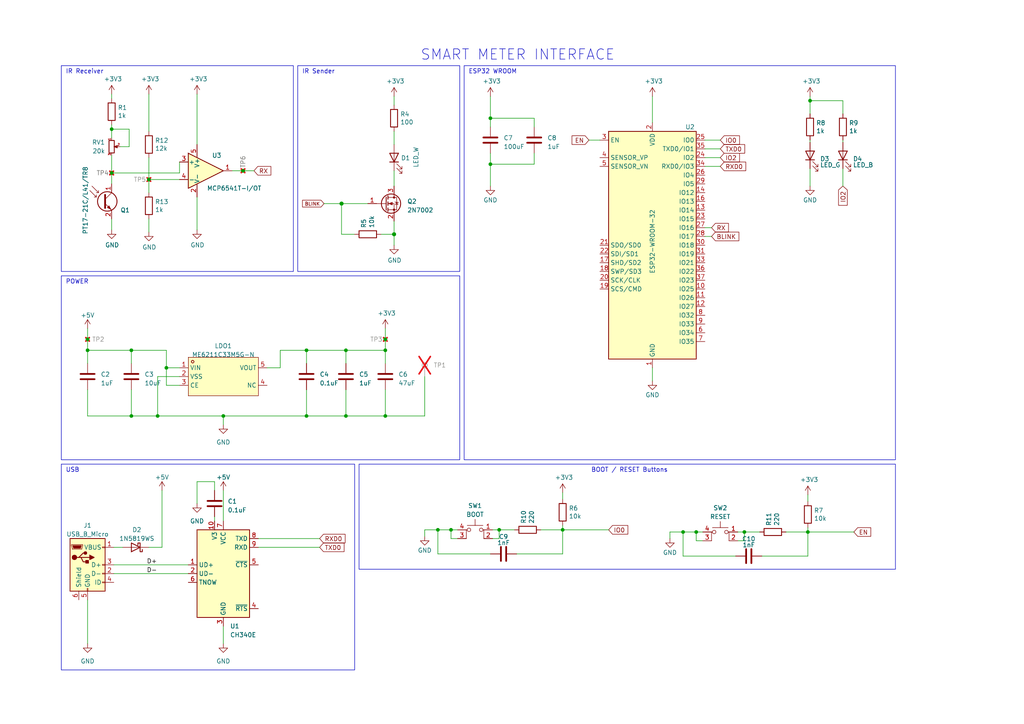
<source format=kicad_sch>
(kicad_sch (version 20230819) (generator eeschema)
  (paper "A4")
  (lib_symbols
    (symbol "Comparator:MCP6561-OT" (pin_names (offset 0.127))
      (property "Reference" "U" (at -1.27 6.35 0))
      (property "Value" "MCP6561-OT" (at -1.27 3.81 0))
      (symbol "MCP6561-OT_0_1"
        (polyline (pts (xy -5.08 5.08) (xy 5.08 0) (xy -5.08 -5.08) (xy -5.08 5.08)) (stroke (width 0.254)) (fill (type background)))
        (pin power_in line (at -2.54 -7.62 90) (length 3.81) (name "V-") (number "2"))
        (pin power_in line (at -2.54 7.62 270) (length 3.81) (name "V+") (number "5"))
      )
      (symbol "MCP6561-OT_1_1"
        (pin output line (at 7.62 0 180) (length 2.54) (name "~") (number "1"))
        (pin input line (at -7.62 2.54 0) (length 2.54) (name "+") (number "3"))
        (pin input line (at -7.62 -2.54 0) (length 2.54) (name "-") (number "4"))
      )
    )
    (symbol "Connector:TestPoint" (pin_numbers hide) (pin_names (offset 0.762) hide)
      (property "Reference" "TP" (at 0 6.858 0))
      (property "Value" "TestPoint" (at 0 5.08 0))
      (symbol "TestPoint_0_1"
        (circle (center 0 3.302) (radius 0.762))
      )
      (symbol "TestPoint_1_1"
        (pin passive line (at 0 0 90) (length 2.54) (name "1") (number "1"))
      )
    )
    (symbol "Connector:TestPoint_Small" (pin_numbers hide) (pin_names (offset 0.762) hide)
      (property "Reference" "TP" (at 0 3.81 0))
      (property "Value" "TestPoint_Small" (at 0 2.032 0))
      (symbol "TestPoint_Small_0_1"
        (circle (center 0 0) (radius 0.508))
      )
      (symbol "TestPoint_Small_1_1"
        (pin passive line (at 0 0 90) (length 0) (name "1") (number "1"))
      )
    )
    (symbol "Connector:USB_B_Micro" (pin_names (offset 1.016))
      (property "Reference" "J" (at -5.08 11.43 0))
      (property "Value" "USB_B_Micro" (at -5.08 8.89 0))
      (symbol "USB_B_Micro_0_1"
        (rectangle (start -5.08 -7.62) (end 5.08 7.62) (stroke (width 0.254)) (fill (type background)))
        (circle (center -3.81 2.159) (radius 0.635) (stroke (width 0.254)) (fill (type outline)))
        (circle (center -0.635 3.429) (radius 0.381) (stroke (width 0.254)) (fill (type outline)))
        (rectangle (start -0.127 -7.62) (end 0.127 -6.858))
        (polyline (pts (xy -1.905 2.159) (xy 0.635 2.159)) (stroke (width 0.254)))
        (polyline (pts (xy -3.175 2.159) (xy -2.54 2.159) (xy -1.27 3.429) (xy -0.635 3.429)) (stroke (width 0.254)))
        (polyline (pts (xy -2.54 2.159) (xy -1.905 2.159) (xy -1.27 0.889) (xy 0 0.889)) (stroke (width 0.254)))
        (polyline (pts (xy 0.635 2.794) (xy 0.635 1.524) (xy 1.905 2.159) (xy 0.635 2.794)) (stroke (width 0.254)) (fill (type outline)))
        (polyline (pts (xy -4.318 5.588) (xy -1.778 5.588) (xy -2.032 4.826) (xy -4.064 4.826) (xy -4.318 5.588)) (fill (type outline)))
        (polyline (pts (xy -4.699 5.842) (xy -4.699 5.588) (xy -4.445 4.826) (xy -4.445 4.572) (xy -1.651 4.572) (xy -1.651 4.826) (xy -1.397 5.588) (xy -1.397 5.842) (xy -4.699 5.842)))
        (rectangle (start 0.254 1.27) (end -0.508 0.508) (stroke (width 0.254)) (fill (type outline)))
        (rectangle (start 5.08 -5.207) (end 4.318 -4.953))
        (rectangle (start 5.08 -2.667) (end 4.318 -2.413))
        (rectangle (start 5.08 -0.127) (end 4.318 0.127))
        (rectangle (start 5.08 4.953) (end 4.318 5.207))
      )
      (symbol "USB_B_Micro_1_1"
        (pin power_out line (at 7.62 5.08 180) (length 2.54) (name "VBUS") (number "1"))
        (pin bidirectional line (at 7.62 -2.54 180) (length 2.54) (name "D-") (number "2"))
        (pin bidirectional line (at 7.62 0 180) (length 2.54) (name "D+") (number "3"))
        (pin passive line (at 7.62 -5.08 180) (length 2.54) (name "ID") (number "4"))
        (pin power_out line (at 0 -10.16 90) (length 2.54) (name "GND") (number "5"))
        (pin passive line (at -2.54 -10.16 90) (length 2.54) (name "Shield") (number "6"))
      )
    )
    (symbol "Device:C" (pin_numbers hide) (pin_names (offset 0.254))
      (property "Reference" "C" (at 0.635 2.54 0))
      (property "Value" "C" (at 0.635 -2.54 0))
      (symbol "C_0_1"
        (polyline (pts (xy -2.032 -0.762) (xy 2.032 -0.762)) (stroke (width 0.508)))
        (polyline (pts (xy -2.032 0.762) (xy 2.032 0.762)) (stroke (width 0.508)))
      )
      (symbol "C_1_1"
        (pin passive line (at 0 3.81 270) (length 2.794) (name "~") (number "1"))
        (pin passive line (at 0 -3.81 90) (length 2.794) (name "~") (number "2"))
      )
    )
    (symbol "Device:LED" (pin_numbers hide) (pin_names hide)
      (property "Reference" "D" (at 0 2.54 0))
      (property "Value" "LED" (at 0 -2.54 0))
      (symbol "LED_0_1"
        (polyline (pts (xy -1.27 -1.27) (xy -1.27 1.27)) (stroke (width 0.254)))
        (polyline (pts (xy -1.27 0) (xy 1.27 0)))
        (polyline (pts (xy 1.27 -1.27) (xy 1.27 1.27) (xy -1.27 0) (xy 1.27 -1.27)) (stroke (width 0.254)))
        (polyline (pts (xy -3.048 -0.762) (xy -4.572 -2.286) (xy -3.81 -2.286) (xy -4.572 -2.286) (xy -4.572 -1.524)))
        (polyline (pts (xy -1.778 -0.762) (xy -3.302 -2.286) (xy -2.54 -2.286) (xy -3.302 -2.286) (xy -3.302 -1.524)))
      )
      (symbol "LED_1_1"
        (pin passive line (at -3.81 0 0) (length 2.54) (name "K") (number "1"))
        (pin passive line (at 3.81 0 180) (length 2.54) (name "A") (number "2"))
      )
    )
    (symbol "Device:Q_Photo_NPN_CE" (pin_names (offset 0) hide)
      (property "Reference" "Q" (at 5.08 1.27 0))
      (property "Value" "Q_Photo_NPN_CE" (at 5.08 -1.27 0))
      (symbol "Q_Photo_NPN_CE_0_1"
        (polyline (pts (xy -1.905 1.27) (xy -2.54 1.27)))
        (polyline (pts (xy -1.27 2.54) (xy -1.905 2.54)))
        (polyline (pts (xy 0.635 0.635) (xy 2.54 2.54)))
        (polyline (pts (xy -3.81 3.175) (xy -1.905 1.27) (xy -1.905 1.905)))
        (polyline (pts (xy -3.175 4.445) (xy -1.27 2.54) (xy -1.27 3.175)))
        (polyline (pts (xy 0.635 -0.635) (xy 2.54 -2.54) (xy 2.54 -2.54)))
        (polyline (pts (xy 0.635 1.905) (xy 0.635 -1.905) (xy 0.635 -1.905)) (stroke (width 0.508)))
        (polyline (pts (xy 1.27 -1.778) (xy 1.778 -1.27) (xy 2.286 -2.286) (xy 1.27 -1.778) (xy 1.27 -1.778)) (fill (type outline)))
        (circle (center 1.27 0) (radius 2.8194) (stroke (width 0.254)))
      )
      (symbol "Q_Photo_NPN_CE_1_1"
        (pin passive line (at 2.54 5.08 270) (length 2.54) (name "C") (number "1"))
        (pin passive line (at 2.54 -5.08 90) (length 2.54) (name "E") (number "2"))
      )
    )
    (symbol "Device:R_Potentiometer_Small" (pin_names (offset 1.016) hide)
      (property "Reference" "RV" (at -4.445 0 90))
      (property "Value" "R_Potentiometer_Small" (at -2.54 0 90))
      (symbol "R_Potentiometer_Small_0_1"
        (polyline (pts (xy 0.889 0) (xy 0.635 0) (xy 1.651 0.381) (xy 1.651 -0.381) (xy 0.635 0) (xy 0.889 0)) (fill (type outline)))
        (rectangle (start 0.762 1.8034) (end -0.762 -1.8034) (stroke (width 0.254)))
      )
      (symbol "R_Potentiometer_Small_1_1"
        (pin passive line (at 0 2.54 270) (length 0.635) (name "1") (number "1"))
        (pin passive line (at 2.54 0 180) (length 0.9906) (name "2") (number "2"))
        (pin passive line (at 0 -2.54 90) (length 0.635) (name "3") (number "3"))
      )
    )
    (symbol "Diode:1N5819WS" (pin_numbers hide) (pin_names (offset 1.016) hide)
      (property "Reference" "D" (at 0 2.54 0))
      (property "Value" "1N5819WS" (at 0 -2.54 0))
      (symbol "1N5819WS_0_1"
        (polyline (pts (xy 1.27 0) (xy -1.27 0)))
        (polyline (pts (xy 1.27 1.27) (xy 1.27 -1.27) (xy -1.27 0) (xy 1.27 1.27)) (stroke (width 0.254)))
        (polyline (pts (xy -1.905 0.635) (xy -1.905 1.27) (xy -1.27 1.27) (xy -1.27 -1.27) (xy -0.635 -1.27) (xy -0.635 -0.635)) (stroke (width 0.254)))
      )
      (symbol "1N5819WS_1_1"
        (pin passive line (at -3.81 0 0) (length 2.54) (name "K") (number "1"))
        (pin passive line (at 3.81 0 180) (length 2.54) (name "A") (number "2"))
      )
    )
    (symbol "Interface_USB:CH340E"
      (property "Reference" "U" (at -5.08 13.97 0))
      (property "Value" "CH340E" (at 1.27 13.97 0))
      (symbol "CH340E_0_1"
        (rectangle (start -7.62 12.7) (end 7.62 -12.7) (stroke (width 0.254)) (fill (type background)))
      )
      (symbol "CH340E_1_1"
        (pin bidirectional line (at -10.16 2.54 0) (length 2.54) (name "UD+") (number "1"))
        (pin passive line (at -2.54 15.24 270) (length 2.54) (name "V3") (number "10"))
        (pin bidirectional line (at -10.16 0 0) (length 2.54) (name "UD-") (number "2"))
        (pin power_in line (at 0 -15.24 90) (length 2.54) (name "GND") (number "3"))
        (pin output line (at 10.16 -10.16 180) (length 2.54) (name "~{RTS}") (number "4"))
        (pin input line (at 10.16 2.54 180) (length 2.54) (name "~{CTS}") (number "5"))
        (pin output line (at -10.16 -2.54 0) (length 2.54) (name "TNOW") (number "6"))
        (pin power_in line (at 0 15.24 270) (length 2.54) (name "VCC") (number "7"))
        (pin output line (at 10.16 10.16 180) (length 2.54) (name "TXD") (number "8"))
        (pin input line (at 10.16 7.62 180) (length 2.54) (name "RXD") (number "9"))
      )
    )
    (symbol "LCSC:ME6211C33M5G-N"
      (property "Reference" "LDO" (at 0 7.62 0))
      (property "Value" "ME6211C33M5G-N" (at 0 -7.62 0))
      (symbol "ME6211C33M5G-N_0_1"
        (rectangle (start -10.16 5.59) (end 10.16 -5.59) (fill (type background)))
        (circle (center -8.89 4.32) (radius 0.38))
        (circle (center -8.89 4.32) (radius 0.38))
        (pin unspecified line (at -12.7 2.54 0) (length 2.54) (name "VIN") (number "1"))
        (pin unspecified line (at -12.7 0 0) (length 2.54) (name "VSS") (number "2"))
        (pin unspecified line (at -12.7 -2.54 0) (length 2.54) (name "CE") (number "3"))
        (pin unspecified line (at 12.7 -2.54 180) (length 2.54) (name "NC") (number "4"))
        (pin unspecified line (at 12.7 2.54 180) (length 2.54) (name "VOUT") (number "5"))
      )
    )
    (symbol "LED_1" (pin_numbers hide) (pin_names (offset 1.016) hide)
      (property "Reference" "D" (at 0 2.54 0))
      (property "Value" "LED" (at 0 -2.54 0))
      (symbol "LED_1_0_1"
        (polyline (pts (xy -1.27 -1.27) (xy -1.27 1.27)) (stroke (width 0.254)))
        (polyline (pts (xy -1.27 0) (xy 1.27 0)))
        (polyline (pts (xy 1.27 -1.27) (xy 1.27 1.27) (xy -1.27 0) (xy 1.27 -1.27)) (stroke (width 0.254)))
        (polyline (pts (xy -3.048 -0.762) (xy -4.572 -2.286) (xy -3.81 -2.286) (xy -4.572 -2.286) (xy -4.572 -1.524)))
        (polyline (pts (xy -1.778 -0.762) (xy -3.302 -2.286) (xy -2.54 -2.286) (xy -3.302 -2.286) (xy -3.302 -1.524)))
      )
      (symbol "LED_1_1_1"
        (pin passive line (at -3.81 0 0) (length 2.54) (name "K") (number "1"))
        (pin passive line (at 3.81 0 180) (length 2.54) (name "A") (number "2"))
      )
    )
    (symbol "RF_Module:ESP32-WROOM-32"
      (property "Reference" "U" (at -12.7 34.29 0))
      (property "Value" "ESP32-WROOM-32" (at 1.27 34.29 0))
      (symbol "ESP32-WROOM-32_0_1"
        (rectangle (start -12.7 33.02) (end 12.7 -33.02) (stroke (width 0.254)) (fill (type background)))
      )
      (symbol "ESP32-WROOM-32_1_1"
        (pin power_in line (at 0 -35.56 90) (length 2.54) (name "GND") (number "1"))
        (pin bidirectional line (at 15.24 -12.7 180) (length 2.54) (name "IO25") (number "10"))
        (pin bidirectional line (at 15.24 -15.24 180) (length 2.54) (name "IO26") (number "11"))
        (pin bidirectional line (at 15.24 -17.78 180) (length 2.54) (name "IO27") (number "12"))
        (pin bidirectional line (at 15.24 10.16 180) (length 2.54) (name "IO14") (number "13"))
        (pin bidirectional line (at 15.24 15.24 180) (length 2.54) (name "IO12") (number "14"))
        (pin passive line (at 0 -35.56 90) (length 2.54) hide (name "GND") (number "15"))
        (pin bidirectional line (at 15.24 12.7 180) (length 2.54) (name "IO13") (number "16"))
        (pin bidirectional line (at -15.24 -5.08 0) (length 2.54) (name "SHD/SD2") (number "17"))
        (pin bidirectional line (at -15.24 -7.62 0) (length 2.54) (name "SWP/SD3") (number "18"))
        (pin bidirectional line (at -15.24 -12.7 0) (length 2.54) (name "SCS/CMD") (number "19"))
        (pin power_in line (at 0 35.56 270) (length 2.54) (name "VDD") (number "2"))
        (pin bidirectional line (at -15.24 -10.16 0) (length 2.54) (name "SCK/CLK") (number "20"))
        (pin bidirectional line (at -15.24 0 0) (length 2.54) (name "SDO/SD0") (number "21"))
        (pin bidirectional line (at -15.24 -2.54 0) (length 2.54) (name "SDI/SD1") (number "22"))
        (pin bidirectional line (at 15.24 7.62 180) (length 2.54) (name "IO15") (number "23"))
        (pin bidirectional line (at 15.24 25.4 180) (length 2.54) (name "IO2") (number "24"))
        (pin bidirectional line (at 15.24 30.48 180) (length 2.54) (name "IO0") (number "25"))
        (pin bidirectional line (at 15.24 20.32 180) (length 2.54) (name "IO4") (number "26"))
        (pin bidirectional line (at 15.24 5.08 180) (length 2.54) (name "IO16") (number "27"))
        (pin bidirectional line (at 15.24 2.54 180) (length 2.54) (name "IO17") (number "28"))
        (pin bidirectional line (at 15.24 17.78 180) (length 2.54) (name "IO5") (number "29"))
        (pin input line (at -15.24 30.48 0) (length 2.54) (name "EN") (number "3"))
        (pin bidirectional line (at 15.24 0 180) (length 2.54) (name "IO18") (number "30"))
        (pin bidirectional line (at 15.24 -2.54 180) (length 2.54) (name "IO19") (number "31"))
        (pin no_connect line (at -12.7 -27.94 0) (length 2.54) hide (name "NC") (number "32"))
        (pin bidirectional line (at 15.24 -5.08 180) (length 2.54) (name "IO21") (number "33"))
        (pin bidirectional line (at 15.24 22.86 180) (length 2.54) (name "RXD0/IO3") (number "34"))
        (pin bidirectional line (at 15.24 27.94 180) (length 2.54) (name "TXD0/IO1") (number "35"))
        (pin bidirectional line (at 15.24 -7.62 180) (length 2.54) (name "IO22") (number "36"))
        (pin bidirectional line (at 15.24 -10.16 180) (length 2.54) (name "IO23") (number "37"))
        (pin passive line (at 0 -35.56 90) (length 2.54) hide (name "GND") (number "38"))
        (pin passive line (at 0 -35.56 90) (length 2.54) hide (name "GND") (number "39"))
        (pin input line (at -15.24 25.4 0) (length 2.54) (name "SENSOR_VP") (number "4"))
        (pin input line (at -15.24 22.86 0) (length 2.54) (name "SENSOR_VN") (number "5"))
        (pin input line (at 15.24 -25.4 180) (length 2.54) (name "IO34") (number "6"))
        (pin input line (at 15.24 -27.94 180) (length 2.54) (name "IO35") (number "7"))
        (pin bidirectional line (at 15.24 -20.32 180) (length 2.54) (name "IO32") (number "8"))
        (pin bidirectional line (at 15.24 -22.86 180) (length 2.54) (name "IO33") (number "9"))
      )
    )
    (symbol "Switch:SW_MEC_5E" (pin_names (offset 1.016) hide)
      (property "Reference" "SW" (at 0.635 5.715 0))
      (property "Value" "SW_MEC_5E" (at 0 -3.175 0))
      (symbol "SW_MEC_5E_0_1"
        (circle (center -1.778 2.54) (radius 0.508))
        (polyline (pts (xy -2.286 3.81) (xy 2.286 3.81)))
        (polyline (pts (xy 0 3.81) (xy 0 5.588)))
        (polyline (pts (xy -2.54 0) (xy -2.54 2.54) (xy -2.286 2.54)))
        (polyline (pts (xy 2.54 0) (xy 2.54 2.54) (xy 2.286 2.54)))
        (circle (center 1.778 2.54) (radius 0.508))
        (pin passive line (at -5.08 2.54 0) (length 2.54) (name "1") (number "1"))
        (pin passive line (at -5.08 0 0) (length 2.54) (name "2") (number "2"))
        (pin passive line (at 5.08 0 180) (length 2.54) (name "K") (number "3"))
        (pin passive line (at 5.08 2.54 180) (length 2.54) (name "A") (number "4"))
      )
    )
    (symbol "Transistor_FET:2N7002" (pin_names hide)
      (property "Reference" "Q" (at 5.08 1.905 0))
      (property "Value" "2N7002" (at 5.08 0 0))
      (symbol "2N7002_0_1"
        (polyline (pts (xy 0.254 0) (xy -2.54 0)))
        (polyline (pts (xy 0.254 1.905) (xy 0.254 -1.905)) (stroke (width 0.254)))
        (polyline (pts (xy 0.762 -1.27) (xy 0.762 -2.286)) (stroke (width 0.254)))
        (polyline (pts (xy 0.762 0.508) (xy 0.762 -0.508)) (stroke (width 0.254)))
        (polyline (pts (xy 0.762 2.286) (xy 0.762 1.27)) (stroke (width 0.254)))
        (polyline (pts (xy 2.54 2.54) (xy 2.54 1.778)))
        (polyline (pts (xy 2.54 -2.54) (xy 2.54 0) (xy 0.762 0)))
        (polyline (pts (xy 0.762 -1.778) (xy 3.302 -1.778) (xy 3.302 1.778) (xy 0.762 1.778)))
        (polyline (pts (xy 1.016 0) (xy 2.032 0.381) (xy 2.032 -0.381) (xy 1.016 0)) (fill (type outline)))
        (polyline (pts (xy 2.794 0.508) (xy 2.921 0.381) (xy 3.683 0.381) (xy 3.81 0.254)))
        (polyline (pts (xy 3.302 0.381) (xy 2.921 -0.254) (xy 3.683 -0.254) (xy 3.302 0.381)))
        (circle (center 1.651 0) (radius 2.794) (stroke (width 0.254)))
        (circle (center 2.54 -1.778) (radius 0.254) (fill (type outline)))
        (circle (center 2.54 1.778) (radius 0.254) (fill (type outline)))
      )
      (symbol "2N7002_1_1"
        (pin input line (at -5.08 0 0) (length 2.54) (name "G") (number "1"))
        (pin passive line (at 2.54 -5.08 90) (length 2.54) (name "S") (number "2"))
        (pin passive line (at 2.54 5.08 270) (length 2.54) (name "D") (number "3"))
      )
    )
    (symbol "eHZ-Serial-rescue:R-device" (pin_numbers hide) (pin_names (offset 0))
      (property "Reference" "R" (at 2.032 0 90))
      (property "Value" "R-device" (at 0 0 90))
      (symbol "R-device_0_1"
        (rectangle (start -1.016 -2.54) (end 1.016 2.54) (stroke (width 0.254)))
      )
      (symbol "R-device_1_1"
        (pin passive line (at 0 3.81 270) (length 1.27) (name "~") (number "1"))
        (pin passive line (at 0 -3.81 90) (length 1.27) (name "~") (number "2"))
      )
    )
    (symbol "power:+3V3" (power) (pin_names (offset 0))
      (property "Value" "+3V3" (at 0 3.556 0))
      (symbol "+3V3_0_1"
        (polyline (pts (xy -0.762 1.27) (xy 0 2.54)))
        (polyline (pts (xy 0 0) (xy 0 2.54)))
        (polyline (pts (xy 0 2.54) (xy 0.762 1.27)))
      )
      (symbol "+3V3_1_1"
        (pin power_in line (at 0 0 90) (length 0) hide (name "+3V3") (number "1"))
      )
    )
    (symbol "power:+5V" (power) (pin_names (offset 0))
      (property "Value" "+5V" (at 0 3.556 0))
      (symbol "+5V_0_1"
        (polyline (pts (xy -0.762 1.27) (xy 0 2.54)))
        (polyline (pts (xy 0 0) (xy 0 2.54)))
        (polyline (pts (xy 0 2.54) (xy 0.762 1.27)))
      )
      (symbol "+5V_1_1"
        (pin power_in line (at 0 0 90) (length 0) hide (name "+5V") (number "1"))
      )
    )
    (symbol "power:GND" (power) (pin_names (offset 0))
      (property "Value" "GND" (at 0 -3.81 0))
      (symbol "GND_0_1"
        (polyline (pts (xy 0 0) (xy 0 -1.27) (xy 1.27 -1.27) (xy 0 -2.54) (xy -1.27 -1.27) (xy 0 -1.27)))
      )
      (symbol "GND_1_1"
        (pin power_in line (at 0 0 270) (length 0) hide (name "GND") (number "1"))
      )
    )
  )
  (junction (at 70.485 49.53))
  (junction (at 111.76 101.6))
  (junction (at 234.95 29.21))
  (junction (at 130.81 153.67))
  (junction (at 99.06 59.055) (diameter 1.016))
  (junction (at 25.4 101.6))
  (junction (at 114.3 67.945) (diameter 1.016))
  (junction (at 201.93 154.305))
  (junction (at 100.33 120.65))
  (junction (at 25.4 98.425))
  (junction (at 111.76 98.425))
  (junction (at 142.24 47.625))
  (junction (at 111.76 120.65))
  (junction (at 163.195 153.67))
  (junction (at 32.385 50.165))
  (junction (at 234.315 154.305))
  (junction (at 88.9 101.6))
  (junction (at 38.1 120.65))
  (junction (at 215.9 154.305))
  (junction (at 64.77 120.65))
  (junction (at 48.26 106.68))
  (junction (at 127 153.67))
  (junction (at 198.12 154.305))
  (junction (at 142.24 34.29))
  (junction (at 144.78 153.67))
  (junction (at 43.18 52.07))
  (junction (at 45.72 120.65))
  (junction (at 38.1 101.6))
  (junction (at 32.385 37.465))
  (junction (at 100.33 101.6))
  (junction (at 88.9 120.65))
  (wire (pts (xy 142.24 34.29) (xy 154.94 34.29)))
  (wire (pts (xy 45.72 109.22) (xy 45.72 120.65)))
  (wire (pts (xy 70.485 49.53) (xy 73.66 49.53)))
  (wire (pts (xy 100.33 101.6) (xy 111.76 101.6)))
  (wire (pts (xy 64.77 120.65) (xy 88.9 120.65)))
  (wire (pts (xy 149.86 160.655) (xy 163.195 160.655)))
  (wire (pts (xy 81.28 101.6) (xy 88.9 101.6)))
  (wire (pts (xy 220.98 161.29) (xy 234.315 161.29)))
  (wire (pts (xy 48.26 111.76) (xy 48.26 106.68)))
  (wire (pts (xy 194.31 156.21) (xy 194.31 154.305)))
  (wire (pts (xy 52.07 50.165) (xy 52.07 46.99)))
  (wire (pts (xy 37.465 42.545) (xy 37.465 37.465)))
  (wire (pts (xy 114.3 64.135) (xy 114.3 67.945)))
  (wire (pts (xy 34.925 42.545) (xy 37.465 42.545)))
  (wire (pts (xy 127 160.655) (xy 127 153.67)))
  (wire (pts (xy 52.07 109.22) (xy 45.72 109.22)))
  (wire (pts (xy 213.995 154.305) (xy 215.9 154.305)))
  (wire (pts (xy 74.93 158.75) (xy 92.71 158.75)))
  (wire (pts (xy 204.47 40.64) (xy 208.915 40.64)))
  (wire (pts (xy 154.94 34.29) (xy 154.94 36.83)))
  (wire (pts (xy 64.77 120.65) (xy 64.77 123.19)))
  (wire (pts (xy 227.965 154.305) (xy 234.315 154.305)))
  (wire (pts (xy 234.315 153.035) (xy 234.315 154.305)))
  (wire (pts (xy 163.195 152.4) (xy 163.195 153.67)))
  (wire (pts (xy 57.15 57.15) (xy 57.15 66.675)))
  (wire (pts (xy 43.18 52.07) (xy 52.07 52.07)))
  (wire (pts (xy 142.24 44.45) (xy 142.24 47.625)))
  (wire (pts (xy 114.3 49.53) (xy 114.3 53.975)))
  (wire (pts (xy 110.49 67.945) (xy 114.3 67.945)))
  (wire (pts (xy 67.31 49.53) (xy 70.485 49.53)))
  (wire (pts (xy 142.24 47.625) (xy 142.24 53.975)))
  (wire (pts (xy 102.87 67.945) (xy 99.06 67.945)))
  (wire (pts (xy 198.12 161.29) (xy 198.12 154.305)))
  (wire (pts (xy 130.81 153.67) (xy 132.715 153.67)))
  (wire (pts (xy 114.3 27.94) (xy 114.3 30.48)))
  (wire (pts (xy 25.4 113.03) (xy 25.4 120.65)))
  (wire (pts (xy 234.315 161.29) (xy 234.315 154.305)))
  (wire (pts (xy 142.875 153.67) (xy 144.78 153.67)))
  (wire (pts (xy 244.475 41.275) (xy 244.475 40.64)))
  (wire (pts (xy 48.26 106.68) (xy 52.07 106.68)))
  (wire (pts (xy 38.1 120.65) (xy 45.72 120.65)))
  (wire (pts (xy 57.15 139.7) (xy 62.23 139.7)))
  (wire (pts (xy 111.76 101.6) (xy 111.76 105.41)))
  (wire (pts (xy 234.95 27.94) (xy 234.95 29.21)))
  (wire (pts (xy 234.315 143.51) (xy 234.315 145.415)))
  (wire (pts (xy 163.195 160.655) (xy 163.195 153.67)))
  (wire (pts (xy 244.475 29.21) (xy 244.475 33.02)))
  (wire (pts (xy 114.3 67.945) (xy 114.3 71.12)))
  (wire (pts (xy 32.385 50.165) (xy 52.07 50.165)))
  (wire (pts (xy 45.72 120.65) (xy 64.77 120.65)))
  (wire (pts (xy 100.33 120.65) (xy 111.76 120.65)))
  (wire (pts (xy 48.26 101.6) (xy 48.26 106.68)))
  (wire (pts (xy 25.4 95.25) (xy 25.4 98.425)))
  (wire (pts (xy 189.23 27.94) (xy 189.23 35.56)))
  (wire (pts (xy 114.3 38.1) (xy 114.3 41.91)))
  (wire (pts (xy 88.9 113.03) (xy 88.9 120.65)))
  (wire (pts (xy 142.24 160.655) (xy 127 160.655)))
  (wire (pts (xy 203.835 156.845) (xy 201.93 156.845)))
  (wire (pts (xy 33.02 166.37) (xy 54.61 166.37)))
  (wire (pts (xy 163.195 142.875) (xy 163.195 144.78)))
  (wire (pts (xy 111.76 98.425) (xy 111.76 101.6)))
  (wire (pts (xy 123.19 109.22) (xy 123.19 120.65)))
  (wire (pts (xy 32.385 66.675) (xy 32.385 63.5)))
  (wire (pts (xy 46.99 142.24) (xy 46.99 158.75)))
  (wire (pts (xy 37.465 37.465) (xy 32.385 37.465)))
  (wire (pts (xy 25.4 101.6) (xy 38.1 101.6)))
  (wire (pts (xy 234.95 29.21) (xy 244.475 29.21)))
  (wire (pts (xy 33.02 158.75) (xy 35.56 158.75)))
  (wire (pts (xy 111.76 95.25) (xy 111.76 98.425)))
  (wire (pts (xy 204.47 43.18) (xy 208.915 43.18)))
  (wire (pts (xy 25.4 105.41) (xy 25.4 101.6)))
  (wire (pts (xy 142.24 47.625) (xy 154.94 47.625)))
  (wire (pts (xy 43.18 63.5) (xy 43.18 67.31)))
  (wire (pts (xy 100.33 113.03) (xy 100.33 120.65)))
  (wire (pts (xy 215.9 156.845) (xy 215.9 154.305)))
  (wire (pts (xy 234.95 40.64) (xy 234.95 41.275)))
  (wire (pts (xy 215.9 154.305) (xy 220.345 154.305)))
  (wire (pts (xy 62.23 149.86) (xy 62.23 151.13)))
  (wire (pts (xy 52.07 111.76) (xy 48.26 111.76)))
  (wire (pts (xy 204.47 48.26) (xy 208.915 48.26)))
  (wire (pts (xy 111.76 120.65) (xy 123.19 120.65)))
  (wire (pts (xy 33.02 163.83) (xy 54.61 163.83)))
  (wire (pts (xy 213.36 161.29) (xy 198.12 161.29)))
  (wire (pts (xy 74.93 156.21) (xy 92.71 156.21)))
  (wire (pts (xy 244.475 48.895) (xy 244.475 53.975)))
  (wire (pts (xy 130.81 156.21) (xy 130.81 153.67)))
  (wire (pts (xy 201.93 156.845) (xy 201.93 154.305)))
  (wire (pts (xy 57.15 146.05) (xy 57.15 139.7)))
  (wire (pts (xy 234.315 154.305) (xy 247.65 154.305)))
  (wire (pts (xy 142.24 34.29) (xy 142.24 36.83)))
  (wire (pts (xy 32.385 37.465) (xy 32.385 40.005)))
  (wire (pts (xy 43.18 52.07) (xy 43.18 55.88)))
  (wire (pts (xy 154.94 47.625) (xy 154.94 44.45)))
  (wire (pts (xy 57.15 27.305) (xy 57.15 41.91)))
  (wire (pts (xy 77.47 106.68) (xy 81.28 106.68)))
  (wire (pts (xy 38.1 101.6) (xy 48.26 101.6)))
  (wire (pts (xy 43.18 158.75) (xy 46.99 158.75)))
  (wire (pts (xy 62.23 139.7) (xy 62.23 142.24)))
  (wire (pts (xy 142.24 27.94) (xy 142.24 34.29)))
  (wire (pts (xy 88.9 101.6) (xy 100.33 101.6)))
  (wire (pts (xy 81.28 106.68) (xy 81.28 101.6)))
  (wire (pts (xy 43.18 27.305) (xy 43.18 38.1)))
  (wire (pts (xy 123.19 153.67) (xy 127 153.67)))
  (wire (pts (xy 25.4 120.65) (xy 38.1 120.65)))
  (wire (pts (xy 144.78 153.67) (xy 149.225 153.67)))
  (wire (pts (xy 25.4 98.425) (xy 25.4 101.6)))
  (wire (pts (xy 206.375 68.58) (xy 204.47 68.58)))
  (wire (pts (xy 194.31 154.305) (xy 198.12 154.305)))
  (wire (pts (xy 123.19 155.575) (xy 123.19 153.67)))
  (wire (pts (xy 88.9 101.6) (xy 88.9 105.41)))
  (wire (pts (xy 99.06 67.945) (xy 99.06 59.055)))
  (wire (pts (xy 32.385 36.195) (xy 32.385 37.465)))
  (wire (pts (xy 198.12 154.305) (xy 201.93 154.305)))
  (wire (pts (xy 99.06 59.055) (xy 93.98 59.055)))
  (wire (pts (xy 132.715 156.21) (xy 130.81 156.21)))
  (wire (pts (xy 206.375 66.04) (xy 204.47 66.04)))
  (wire (pts (xy 32.385 50.165) (xy 32.385 53.34)))
  (wire (pts (xy 213.995 156.845) (xy 215.9 156.845)))
  (wire (pts (xy 100.33 101.6) (xy 100.33 105.41)))
  (wire (pts (xy 32.385 27.305) (xy 32.385 28.575)))
  (wire (pts (xy 32.385 45.085) (xy 32.385 50.165)))
  (wire (pts (xy 64.77 181.61) (xy 64.77 186.69)))
  (wire (pts (xy 204.47 45.72) (xy 208.915 45.72)))
  (wire (pts (xy 163.195 153.67) (xy 176.53 153.67)))
  (wire (pts (xy 156.845 153.67) (xy 163.195 153.67)))
  (wire (pts (xy 99.06 59.055) (xy 106.68 59.055)))
  (wire (pts (xy 64.77 142.24) (xy 64.77 151.13)))
  (wire (pts (xy 170.815 40.64) (xy 173.99 40.64)))
  (wire (pts (xy 189.23 106.68) (xy 189.23 110.49)))
  (wire (pts (xy 38.1 113.03) (xy 38.1 120.65)))
  (wire (pts (xy 234.95 48.895) (xy 234.95 53.975)))
  (wire (pts (xy 88.9 120.65) (xy 100.33 120.65)))
  (wire (pts (xy 38.1 101.6) (xy 38.1 105.41)))
  (wire (pts (xy 43.18 45.72) (xy 43.18 52.07)))
  (wire (pts (xy 144.78 156.21) (xy 144.78 153.67)))
  (wire (pts (xy 127 153.67) (xy 130.81 153.67)))
  (wire (pts (xy 201.93 154.305) (xy 203.835 154.305)))
  (wire (pts (xy 25.4 173.99) (xy 25.4 186.69)))
  (wire (pts (xy 111.76 120.65) (xy 111.76 113.03)))
  (wire (pts (xy 142.875 156.21) (xy 144.78 156.21)))
  (wire (pts (xy 234.95 29.21) (xy 234.95 33.02)))
  (rectangle (start 17.78 19.05) (end 85.09 78.74))
  (rectangle (start 17.78 134.62) (end 102.87 194.31))
  (rectangle (start 17.78 80.01) (end 133.35 133.35))
  (rectangle (start 86.36 19.05) (end 133.35 78.74))
  (rectangle (start 104.14 134.62) (end 259.715 165.1))
  (rectangle (start 134.62 19.05) (end 259.715 133.35))
  (text "POWER" (at 19.05 82.55 0) (effects (font (size 1.27 1.27)) (justify left bottom)))
  (text "USB" (at 19.05 137.16 0) (effects (font (size 1.27 1.27)) (justify left bottom)))
  (text "BOOT / RESET Buttons\n" (at 171.45 137.16 0) (effects (font (size 1.27 1.27)) (justify left bottom)))
  (text "ESP32 WROOM\n" (at 135.89 21.59 0) (effects (font (size 1.27 1.27)) (justify left bottom)))
  (text "SMART METER INTERFACE " (at 121.92 17.78 0) (effects (font (size 3 3)) (justify left bottom)))
  (text "IR Sender" (at 87.63 21.59 0) (effects (font (size 1.27 1.27)) (justify left bottom)))
  (text "IR Receiver" (at 19.05 21.59 0) (effects (font (size 1.27 1.27)) (justify left bottom)))
  (label "D-" (at 42.545 166.37 0))
  (label "D+" (at 42.545 163.83 0))
  (global_label "EN" (shape input) (at 247.65 154.305 0) (property "Intersheetrefs" "${INTERSHEET_REFS}" (effects hide)))
  (global_label "IO0" (shape input) (at 176.53 153.67 0) (property "Intersheetrefs" "${INTERSHEET_REFS}" (effects hide)))
  (global_label "TXD0" (shape input) (at 208.915 43.18 0) (property "Intersheetrefs" "${INTERSHEET_REFS}" (effects hide)))
  (global_label "IO2" (shape input) (at 244.475 53.975 270) (property "Intersheetrefs" "${INTERSHEET_REFS}" (effects hide)))
  (global_label "IO0" (shape input) (at 208.915 40.64 0) (property "Intersheetrefs" "${INTERSHEET_REFS}" (effects hide)))
  (global_label "RX" (shape input) (at 206.375 66.04 0) (property "Intersheetrefs" "${INTERSHEET_REFS}" (effects hide)))
  (global_label "RX" (shape input) (at 73.66 49.53 0) (property "Intersheetrefs" "${INTERSHEET_REFS}" (effects hide)))
  (global_label "IO2" (shape input) (at 208.915 45.72 0) (property "Intersheetrefs" "${INTERSHEET_REFS}" (effects hide)))
  (global_label "TXD0" (shape input) (at 92.71 158.75 0) (property "Intersheetrefs" "${INTERSHEET_REFS}" (effects hide)))
  (global_label "BLINK" (shape input) (at 93.98 59.055 180) (effects (font (size 1 1))) (property "Intersheetrefs" "${INTERSHEET_REFS}" (effects hide)))
  (global_label "RXD0" (shape input) (at 208.915 48.26 0) (property "Intersheetrefs" "${INTERSHEET_REFS}" (effects hide)))
  (global_label "EN" (shape input) (at 170.815 40.64 180) (property "Intersheetrefs" "${INTERSHEET_REFS}" (effects hide)))
  (global_label "RXD0" (shape input) (at 92.71 156.21 0) (property "Intersheetrefs" "${INTERSHEET_REFS}" (effects hide)))
  (global_label "BLINK" (shape input) (at 206.375 68.58 0) (property "Intersheetrefs" "${INTERSHEET_REFS}" (effects hide)))
  (symbol (lib_id "Device:LED") (at 114.3 45.72 90) (unit 1)
    (property "Reference" "D1" (at 116.2812 45.8216 90) (effects (justify right)))
    (property "Value" "LED_W" (at 120.65 42.545 0) (effects (justify right)))
    (property "Footprint" "LED_SMD:LED_0805_2012Metric" (effects hide))
    (property "LCSC" "C34499" (effects hide))
    (property "Category" "Basic" (effects hide))
    (property "Category" "Basic" (effects hide))
  )
  (symbol (lib_id "Device:Q_Photo_NPN_CE") (at 29.845 58.42 0) (unit 1)
    (property "Reference" "Q1" (at 34.925 60.96 0) (effects (justify left)))
    (property "Value" "PT17-21C/L41/TR8" (at 24.765 67.945 90) (effects (justify left)))
    (property "Footprint" "LCSC:OPTO-SMD_L2.0-W1.3-R-FD" (effects hide))
    (property "Datasheet" "https://lcsc.com/product-detail/Infrared-Receivers_PT17-21C-L41-TR8_C100090.html" (effects hide))
    (property "LCSC" "C100090" (effects hide))
    (property "Category" "Extended" (effects hide))
  )
  (symbol (lib_id "power:+3V3") (at 32.385 27.305 0) (unit 1)
    (property "Reference" "#PWR0101" (effects hide))
    (property "Value" "+3V3" (at 32.766 22.9108 0))
  )
  (symbol (lib_id "power:+3V3") (at 114.3 27.94 0) (unit 1)
    (property "Reference" "#PWR0117" (effects hide))
    (property "Value" "+3V3" (at 114.681 23.5458 0))
  )
  (symbol (lib_id "eHZ-Serial-rescue:R-device") (at 32.385 32.385 0) (unit 1)
    (property "Reference" "R1" (at 34.163 31.2166 0) (effects (justify left)))
    (property "Value" "1k" (at 34.163 33.528 0) (effects (justify left)))
    (property "Footprint" "Resistor_SMD:R_0402_1005Metric" (effects hide))
    (property "LCSC" "C11702" (effects hide))
    (property "Category" "Basic" (effects hide))
  )
  (symbol (lib_id "eHZ-Serial-rescue:R-device") (at 114.3 34.29 0) (unit 1)
    (property "Reference" "R4" (at 116.078 33.122 0) (effects (justify left)))
    (property "Value" "100" (at 116.078 35.433 0) (effects (justify left)))
    (property "Footprint" "Resistor_SMD:R_0402_1005Metric" (effects hide))
    (property "LCSC" "C25076" (effects hide))
    (property "Category" "Basic" (effects hide))
  )
  (symbol (lib_id "power:GND") (at 32.385 66.675 0) (unit 1)
    (property "Reference" "#PWR0125" (effects hide))
    (property "Value" "GND" (at 32.512 71.0692 0))
  )
  (symbol (lib_id "power:GND") (at 114.3 71.12 0) (unit 1)
    (property "Reference" "#PWR0110" (effects hide))
    (property "Value" "GND" (at 114.427 75.5142 0))
  )
  (symbol (lib_id "power:GND") (at 64.77 123.19 0) (unit 1)
    (property "Reference" "#PWR0107" (effects hide))
    (property "Value" "GND" (at 64.77 128.27 0))
  )
  (symbol (lib_id "Diode:1N5819WS") (at 39.37 158.75 180) (unit 1)
    (property "Reference" "D2" (at 39.6875 153.67 0))
    (property "Value" "1N5819WS" (at 39.6875 156.21 0))
    (property "Footprint" "Diode_SMD:D_SOD-323" (effects hide))
    (property "Datasheet" "https://datasheet.lcsc.com/lcsc/2204281430_Guangdong-Hottech-1N5819WS_C191023.pdf" (effects hide))
    (property "LCSC" "C191023" (effects hide))
    (property "Category" "Basic" (effects hide))
    (property "Category" "Basic" (effects hide))
  )
  (symbol (lib_name "LED_1") (lib_id "Device:LED") (at 244.475 45.085 90) (unit 1)
    (property "Reference" "D4" (at 247.396 46.078 90) (effects (justify right)))
    (property "Value" "LED_B" (at 247.396 47.8402 90) (effects (justify right)))
    (property "Footprint" "LED_SMD:LED_0603_1608Metric" (effects hide))
    (property "LCSC" "C72041" (effects hide))
    (property "Category" "Basic" (effects hide))
    (property "Category" "Basic" (effects hide))
  )
  (symbol (lib_id "LCSC:ME6211C33M5G-N") (at 64.77 109.22 0) (unit 1)
    (property "Reference" "LDO1" (at 64.77 100.33 0))
    (property "Value" "ME6211C33M5G-N" (at 64.77 102.87 0))
    (property "Footprint" "LCSC:SOT-23-5_L3.0-W1.7-P0.95-LS2.8-BR" (effects hide))
    (property "Datasheet" "https://lcsc.com/product-detail/Low-Dropout-Regulators-LDO_ME6211C33M5G-N_C82942.html" (effects hide))
    (property "LCSC" "C82942" (effects hide))
    (property "Category" "Extended" (effects hide))
    (property "Category" "Extended" (effects hide))
  )
  (symbol (lib_id "Connector:USB_B_Micro") (at 25.4 163.83 0) (unit 1)
    (property "Reference" "J1" (at 25.4 152.4 0))
    (property "Value" "USB_B_Micro" (at 25.4 154.94 0))
    (property "Footprint" "LCSC:MICRO-USB-SMD_10118193-0001LF" (effects hide))
    (property "LCSC" "C132562" (effects hide))
    (property "Category" "Extended" (effects hide))
    (property "Category" "Extended" (effects hide))
  )
  (symbol (lib_id "eHZ-Serial-rescue:R-device") (at 244.475 36.83 0) (unit 1)
    (property "Reference" "R9" (at 246.253 35.662 0) (effects (justify left)))
    (property "Value" "1k" (at 246.253 37.973 0) (effects (justify left)))
    (property "Footprint" "Resistor_SMD:R_0402_1005Metric" (effects hide))
    (property "LCSC" "C11702" (effects hide))
    (property "Category" "Basic" (effects hide))
  )
  (symbol (lib_id "eHZ-Serial-rescue:R-device") (at 234.95 36.83 0) (unit 1)
    (property "Reference" "R8" (at 236.728 35.662 0) (effects (justify left)))
    (property "Value" "1k" (at 236.728 37.973 0) (effects (justify left)))
    (property "Footprint" "Resistor_SMD:R_0402_1005Metric" (effects hide))
    (property "LCSC" "C11702" (effects hide))
    (property "Category" "Basic" (effects hide))
  )
  (symbol (lib_id "Device:C") (at 62.23 146.05 0) (unit 1)
    (property "Reference" "C1" (at 66.04 145.415 0) (effects (justify left)))
    (property "Value" "0.1uF" (at 66.04 147.955 0) (effects (justify left)))
    (property "Footprint" "Capacitor_SMD:C_0402_1005Metric" (effects hide))
    (property "LCSC" "C307331" (effects hide))
    (property "Category" "Basic" (effects hide))
    (property "Category" "Basic" (effects hide))
  )
  (symbol (lib_id "eHZ-Serial-rescue:R-device") (at 234.315 149.225 0) (unit 1)
    (property "Reference" "R7" (at 236.093 148.057 0) (effects (justify left)))
    (property "Value" "10k" (at 236.093 150.368 0) (effects (justify left)))
    (property "Footprint" "Resistor_SMD:R_0402_1005Metric" (effects hide))
    (property "LCSC" "C25744" (effects hide))
    (property "Category" "Basic" (effects hide))
  )
  (symbol (lib_id "power:GND") (at 234.95 53.975 0) (unit 1)
    (property "Reference" "#PWR0116" (effects hide))
    (property "Value" "GND" (at 234.95 58.0311 0))
  )
  (symbol (lib_id "RF_Module:ESP32-WROOM-32") (at 189.23 71.12 0) (unit 1)
    (property "Reference" "U2" (at 198.755 36.83 0) (effects (justify left)))
    (property "Value" "ESP32-WROOM-32" (at 189.23 79.375 90) (effects (justify left)))
    (property "Footprint" "RF_Module:ESP32-WROOM-32" (effects hide))
    (property "Datasheet" "https://www.espressif.com/sites/default/files/documentation/esp32-wroom-32_datasheet_en.pdf" (effects hide))
  )
  (symbol (lib_id "Device:C") (at 100.33 109.22 0) (unit 1)
    (property "Reference" "C5" (at 104.14 108.585 0) (effects (justify left)))
    (property "Value" "1uF" (at 104.14 111.125 0) (effects (justify left)))
    (property "Footprint" "Capacitor_SMD:C_0402_1005Metric" (effects hide))
    (property "LCSC" "C52923" (effects hide))
    (property "Category" "Basic" (effects hide))
    (property "Category" "Basic" (effects hide))
  )
  (symbol (lib_id "power:+5V") (at 64.77 142.24 0) (unit 1)
    (property "Reference" "#PWR0113" (effects hide))
    (property "Value" "+5V" (at 64.77 138.43 0))
  )
  (symbol (lib_id "Device:C") (at 154.94 40.64 0) (unit 1)
    (property "Reference" "C8" (at 158.75 40.005 0) (effects (justify left)))
    (property "Value" "1uF" (at 158.75 42.545 0) (effects (justify left)))
    (property "Footprint" "Capacitor_SMD:C_0402_1005Metric" (effects hide))
    (property "LCSC" "C52923" (effects hide))
    (property "Category" "Basic" (effects hide))
    (property "Category" "Basic" (effects hide))
  )
  (symbol (lib_id "power:GND") (at 189.23 110.49 0) (unit 1)
    (property "Reference" "#PWR0115" (effects hide))
    (property "Value" "GND" (at 189.23 114.5461 0))
  )
  (symbol (lib_id "power:+3V3") (at 111.76 95.25 0) (unit 1)
    (property "Reference" "#PWR0103" (effects hide))
    (property "Value" "+3V3" (at 112.141 90.8558 0))
  )
  (symbol (lib_id "Device:C") (at 25.4 109.22 0) (unit 1)
    (property "Reference" "C2" (at 29.21 108.585 0) (effects (justify left)))
    (property "Value" "1uF" (at 29.21 111.125 0) (effects (justify left)))
    (property "Footprint" "Capacitor_SMD:C_0402_1005Metric" (effects hide))
    (property "LCSC" "C52923" (effects hide))
    (property "Category" "Basic" (effects hide))
    (property "Category" "Basic" (effects hide))
  )
  (symbol (lib_id "eHZ-Serial-rescue:R-device") (at 153.035 153.67 90) (unit 1)
    (property "Reference" "R10" (at 151.867 151.892 0) (effects (justify left)))
    (property "Value" "220" (at 154.178 151.892 0) (effects (justify left)))
    (property "Footprint" "Resistor_SMD:R_0402_1005Metric" (effects hide))
    (property "LCSC" "C25091" (effects hide))
    (property "Category" "Basic" (effects hide))
  )
  (symbol (lib_id "eHZ-Serial-rescue:R-device") (at 163.195 148.59 0) (unit 1)
    (property "Reference" "R6" (at 164.973 147.422 0) (effects (justify left)))
    (property "Value" "10k" (at 164.973 149.733 0) (effects (justify left)))
    (property "Footprint" "Resistor_SMD:R_0402_1005Metric" (effects hide))
    (property "LCSC" "C25744" (effects hide))
    (property "Category" "Basic" (effects hide))
  )
  (symbol (lib_id "power:GND") (at 57.15 66.675 0) (unit 1)
    (property "Reference" "#PWR0105" (effects hide))
    (property "Value" "GND" (at 57.277 71.0692 0))
  )
  (symbol (lib_name "LED_1") (lib_id "Device:LED") (at 234.95 45.085 90) (unit 1)
    (property "Reference" "D3" (at 237.871 46.078 90) (effects (justify right)))
    (property "Value" "LED_G" (at 237.871 47.8402 90) (effects (justify right)))
    (property "Footprint" "LED_SMD:LED_0603_1608Metric" (effects hide))
    (property "LCSC" "C72043" (effects hide))
    (property "Category" "Basic" (effects hide))
    (property "Category" "Basic" (effects hide))
  )
  (symbol (lib_id "Connector:TestPoint_Small") (at 70.485 49.53 270) (unit 1) (in_bom no) (dnp yes)
    (property "Reference" "TP6" (at 70.485 45.085 0) (effects (justify left)))
    (property "Value" "TestPoint_Small" (effects hide))
    (property "Footprint" "TestPoint:TestPoint_Pad_D1.0mm" (effects hide))
  )
  (symbol (lib_id "eHZ-Serial-rescue:R-device") (at 224.155 154.305 90) (unit 1)
    (property "Reference" "R11" (at 222.987 152.527 0) (effects (justify left)))
    (property "Value" "220" (at 225.298 152.527 0) (effects (justify left)))
    (property "Footprint" "Resistor_SMD:R_0402_1005Metric" (effects hide))
    (property "LCSC" "C25091" (effects hide))
    (property "Category" "Basic" (effects hide))
  )
  (symbol (lib_id "power:+3V3") (at 142.24 27.94 0) (unit 1)
    (property "Reference" "#PWR0122" (effects hide))
    (property "Value" "+3V3" (at 142.621 23.5458 0))
  )
  (symbol (lib_id "power:+3V3") (at 163.195 142.875 0) (unit 1)
    (property "Reference" "#PWR0102" (effects hide))
    (property "Value" "+3V3" (at 163.576 138.4808 0))
  )
  (symbol (lib_id "Device:C") (at 217.17 161.29 90) (unit 1)
    (property "Reference" "C10" (at 217.17 156.2989 90))
    (property "Value" "1nF" (at 217.17 158.0611 90))
    (property "Footprint" "Capacitor_SMD:C_0402_1005Metric" (effects hide))
    (property "LCSC" "C1523" (effects hide))
    (property "Category" "Basic" (effects hide))
    (property "Category" "Basic" (effects hide))
  )
  (symbol (lib_id "power:GND") (at 142.24 53.975 0) (unit 1)
    (property "Reference" "#PWR0118" (effects hide))
    (property "Value" "GND" (at 142.24 58.0311 0))
  )
  (symbol (lib_id "Connector:TestPoint_Small") (at 43.18 52.07 0) (unit 1) (in_bom no) (dnp yes)
    (property "Reference" "TP5" (at 38.735 52.07 0) (effects (justify left)))
    (property "Value" "TestPoint_Small" (effects hide))
    (property "Footprint" "TestPoint:TestPoint_Pad_D1.0mm" (effects hide))
  )
  (symbol (lib_id "Device:C") (at 146.05 160.655 90) (unit 1)
    (property "Reference" "C9" (at 146.05 155.6639 90))
    (property "Value" "1nF" (at 146.05 157.4261 90))
    (property "Footprint" "Capacitor_SMD:C_0402_1005Metric" (effects hide))
    (property "LCSC" "C1523" (effects hide))
    (property "Category" "Basic" (effects hide))
    (property "Category" "Basic" (effects hide))
  )
  (symbol (lib_id "Device:R_Potentiometer_Small") (at 32.385 42.545 0) (unit 1)
    (property "Reference" "RV1" (at 30.48 41.275 0) (effects (justify right)))
    (property "Value" "20k" (at 30.48 43.815 0) (effects (justify right)))
    (property "Footprint" "lcsc:RES-ADJ-SMD_3P-L3.8-W3.0-P2.00-BL-FS" (effects hide))
    (property "LCSC" "C128550" (effects hide))
  )
  (symbol (lib_id "Connector:TestPoint_Small") (at 32.385 50.165 0) (unit 1) (in_bom no) (dnp yes)
    (property "Reference" "TP4" (at 27.94 50.165 0) (effects (justify left)))
    (property "Value" "TestPoint_Small" (effects hide))
    (property "Footprint" "TestPoint:TestPoint_Pad_D1.0mm" (effects hide))
  )
  (symbol (lib_id "Device:C") (at 111.76 109.22 0) (unit 1)
    (property "Reference" "C6" (at 115.57 108.585 0) (effects (justify left)))
    (property "Value" "47uF" (at 115.57 111.125 0) (effects (justify left)))
    (property "Footprint" "Capacitor_SMD:C_0805_2012Metric" (effects hide))
    (property "LCSC" "C16780" (effects hide))
    (property "Category" "Basic" (effects hide))
    (property "Category" "Basic" (effects hide))
  )
  (symbol (lib_id "power:+3V3") (at 57.15 27.305 0) (unit 1)
    (property "Reference" "#PWR0108" (effects hide))
    (property "Value" "+3V3" (at 57.531 22.9108 0))
  )
  (symbol (lib_id "Transistor_FET:2N7002") (at 111.76 59.055 0) (unit 1)
    (property "Reference" "Q2" (at 118.11 58.42 0) (effects (justify left)))
    (property "Value" "2N7002" (at 118.11 60.96 0) (effects (justify left)))
    (property "Footprint" "Package_TO_SOT_SMD:SOT-23" (effects hide))
    (property "Datasheet" "https://www.onsemi.com/pub/Collateral/NDS7002A-D.PDF" (effects hide))
    (property "LCSC" "C8545" (effects hide))
    (property "Category" "Basic" (effects hide))
  )
  (symbol (lib_id "power:GND") (at 64.77 186.69 0) (unit 1)
    (property "Reference" "#PWR0109" (effects hide))
    (property "Value" "GND" (at 64.77 191.77 0))
  )
  (symbol (lib_id "power:GND") (at 123.19 155.575 0) (unit 1)
    (property "Reference" "#PWR0123" (effects hide))
    (property "Value" "GND" (at 123.19 159.6311 0))
  )
  (symbol (lib_id "Switch:SW_MEC_5E") (at 208.915 156.845 0) (mirror y) (unit 1)
    (property "Reference" "SW2" (at 208.915 147.32 0))
    (property "Value" "RESET" (at 208.915 149.86 0))
    (property "Footprint" "LCSC:SW-SMD_4P-L5.1-W5.1-P3.70-LS6.5-TL-2" (effects hide))
    (property "Datasheet" "http://www.apem.com/int/index.php?controller=attachment&id_attachment=1371" (effects hide))
    (property "LCSC" "C318884" (effects hide))
    (property "Category" "Basic" (effects hide))
  )
  (symbol (lib_id "Connector:TestPoint_Small") (at 25.4 98.425 0) (unit 1) (in_bom no) (dnp yes)
    (property "Reference" "TP2" (at 26.67 98.425 0) (effects (justify left)))
    (property "Value" "TestPoint_Small" (effects hide))
    (property "Footprint" "TestPoint:TestPoint_Pad_D1.0mm" (effects hide))
  )
  (symbol (lib_id "Comparator:MCP6561-OT") (at 59.69 49.53 0) (unit 1)
    (property "Reference" "U3" (at 62.865 45.085 0))
    (property "Value" "MCP6541T-I/OT" (at 67.945 54.61 0))
    (property "Footprint" "Package_TO_SOT_SMD:SOT-23-5" (effects hide))
    (property "Datasheet" "https://lcsc.com/product-detail/_MICROCHIP_MCP6541T-I-OT_MCP6541T-I-OT_C80839.html" (effects hide))
    (property "LCSC" "C80839" (effects hide))
    (property "Category" "Extended" (effects hide))
  )
  (symbol (lib_id "Connector:TestPoint") (at 123.19 109.22 0) (unit 1) (in_bom no) (dnp yes)
    (property "Reference" "TP1" (at 125.73 105.918 0) (effects (justify left)))
    (property "Value" "TestPoint" (effects hide))
    (property "Footprint" "TestPoint:TestPoint_Keystone_5000-5004_Miniature" (effects hide))
  )
  (symbol (lib_id "power:GND") (at 57.15 146.05 0) (unit 1)
    (property "Reference" "#PWR0112" (effects hide))
    (property "Value" "GND" (at 57.15 151.13 0))
  )
  (symbol (lib_id "power:GND") (at 43.18 67.31 0) (unit 1)
    (property "Reference" "#PWR0104" (effects hide))
    (property "Value" "GND" (at 43.307 71.7042 0))
  )
  (symbol (lib_id "Interface_USB:CH340E") (at 64.77 166.37 0) (unit 1)
    (property "Reference" "U1" (at 66.7259 181.61 0) (effects (justify left)))
    (property "Value" "CH340E" (at 66.7259 184.15 0) (effects (justify left)))
    (property "Footprint" "Package_SO:MSOP-10_3x3mm_P0.5mm" (effects hide))
    (property "Datasheet" "https://www.mpja.com/download/35227cpdata.pdf" (effects hide))
    (property "LCSC" "C99652" (effects hide))
    (property "Category" "Extended" (effects hide))
  )
  (symbol (lib_id "eHZ-Serial-rescue:R-device") (at 106.68 67.945 90) (unit 1)
    (property "Reference" "R5" (at 105.512 66.167 0) (effects (justify left)))
    (property "Value" "10k" (at 107.823 66.167 0) (effects (justify left)))
    (property "Footprint" "Resistor_SMD:R_0402_1005Metric" (effects hide))
    (property "LCSC" "C25744" (effects hide))
    (property "Category" "Basic" (effects hide))
  )
  (symbol (lib_id "Device:C") (at 142.24 40.64 0) (unit 1)
    (property "Reference" "C7" (at 146.05 40.005 0) (effects (justify left)))
    (property "Value" "100uF" (at 146.05 42.545 0) (effects (justify left)))
    (property "Footprint" "Capacitor_SMD:C_1206_3216Metric" (effects hide))
    (property "LCSC" "C15008" (effects hide))
    (property "Category" "Basic" (effects hide))
    (property "Category" "Basic" (effects hide))
  )
  (symbol (lib_id "power:+3V3") (at 43.18 27.305 0) (unit 1)
    (property "Reference" "#PWR0126" (effects hide))
    (property "Value" "+3V3" (at 43.561 22.9108 0))
  )
  (symbol (lib_id "power:+5V") (at 46.99 142.24 0) (unit 1)
    (property "Reference" "#PWR0114" (effects hide))
    (property "Value" "+5V" (at 46.99 138.43 0))
  )
  (symbol (lib_id "power:GND") (at 194.31 156.21 0) (unit 1)
    (property "Reference" "#PWR0124" (effects hide))
    (property "Value" "GND" (at 194.31 160.2661 0))
  )
  (symbol (lib_id "Connector:TestPoint_Small") (at 111.76 98.425 0) (unit 1) (in_bom no) (dnp yes)
    (property "Reference" "TP3" (at 107.315 98.425 0) (effects (justify left)))
    (property "Value" "TestPoint_Small" (effects hide))
    (property "Footprint" "TestPoint:TestPoint_Pad_D1.0mm" (effects hide))
  )
  (symbol (lib_id "power:+5V") (at 25.4 95.25 0) (unit 1)
    (property "Reference" "#PWR0106" (effects hide))
    (property "Value" "+5V" (at 25.4 91.44 0))
  )
  (symbol (lib_id "Device:C") (at 38.1 109.22 0) (unit 1)
    (property "Reference" "C3" (at 41.91 108.585 0) (effects (justify left)))
    (property "Value" "10uF" (at 41.91 111.125 0) (effects (justify left)))
    (property "Footprint" "Capacitor_SMD:C_0603_1608Metric" (effects hide))
    (property "LCSC" "C96446" (effects hide))
    (property "Category" "Basic" (effects hide))
    (property "Category" "Basic" (effects hide))
  )
  (symbol (lib_id "Switch:SW_MEC_5E") (at 137.795 156.21 0) (mirror y) (unit 1)
    (property "Reference" "SW1" (at 137.795 146.685 0))
    (property "Value" "BOOT" (at 137.795 149.225 0))
    (property "Footprint" "LCSC:SW-SMD_4P-L5.1-W5.1-P3.70-LS6.5-TL-2" (effects hide))
    (property "Datasheet" "http://www.apem.com/int/index.php?controller=attachment&id_attachment=1371" (effects hide))
    (property "LCSC" "C318884" (effects hide))
    (property "Category" "Basic" (effects hide))
  )
  (symbol (lib_id "power:+3V3") (at 189.23 27.94 0) (unit 1)
    (property "Reference" "#PWR0120" (effects hide))
    (property "Value" "+3V3" (at 189.611 23.5458 0))
  )
  (symbol (lib_id "Device:C") (at 88.9 109.22 0) (unit 1)
    (property "Reference" "C4" (at 92.71 108.585 0) (effects (justify left)))
    (property "Value" "0.1uF" (at 92.71 111.125 0) (effects (justify left)))
    (property "Footprint" "Capacitor_SMD:C_0402_1005Metric" (effects hide))
    (property "LCSC" "C307331" (effects hide))
    (property "Category" "Basic" (effects hide))
    (property "Category" "Basic" (effects hide))
  )
  (symbol (lib_id "power:+3V3") (at 234.315 143.51 0) (unit 1)
    (property "Reference" "#PWR0119" (effects hide))
    (property "Value" "+3V3" (at 234.696 139.1158 0))
  )
  (symbol (lib_id "eHZ-Serial-rescue:R-device") (at 43.18 59.69 0) (unit 1)
    (property "Reference" "R13" (at 44.958 58.5216 0) (effects (justify left)))
    (property "Value" "1k" (at 44.958 60.833 0) (effects (justify left)))
    (property "Footprint" "Resistor_SMD:R_0402_1005Metric" (effects hide))
    (property "LCSC" "C11702" (effects hide))
    (property "Category" "Basic" (effects hide))
  )
  (symbol (lib_id "power:+3V3") (at 234.95 27.94 0) (unit 1)
    (property "Reference" "#PWR0128" (effects hide))
    (property "Value" "+3V3" (at 235.331 23.5458 0))
  )
  (symbol (lib_id "eHZ-Serial-rescue:R-device") (at 43.18 41.91 0) (unit 1)
    (property "Reference" "R12" (at 44.958 40.7416 0) (effects (justify left)))
    (property "Value" "12k" (at 44.958 43.053 0) (effects (justify left)))
    (property "Footprint" "Resistor_SMD:R_0402_1005Metric" (effects hide))
    (property "LCSC" "C25752" (effects hide))
    (property "Category" "Basic" (effects hide))
  )
  (symbol (lib_id "power:GND") (at 25.4 186.69 0) (unit 1)
    (property "Reference" "#PWR0111" (effects hide))
    (property "Value" "GND" (at 25.4 191.77 0))
  )
)
</source>
